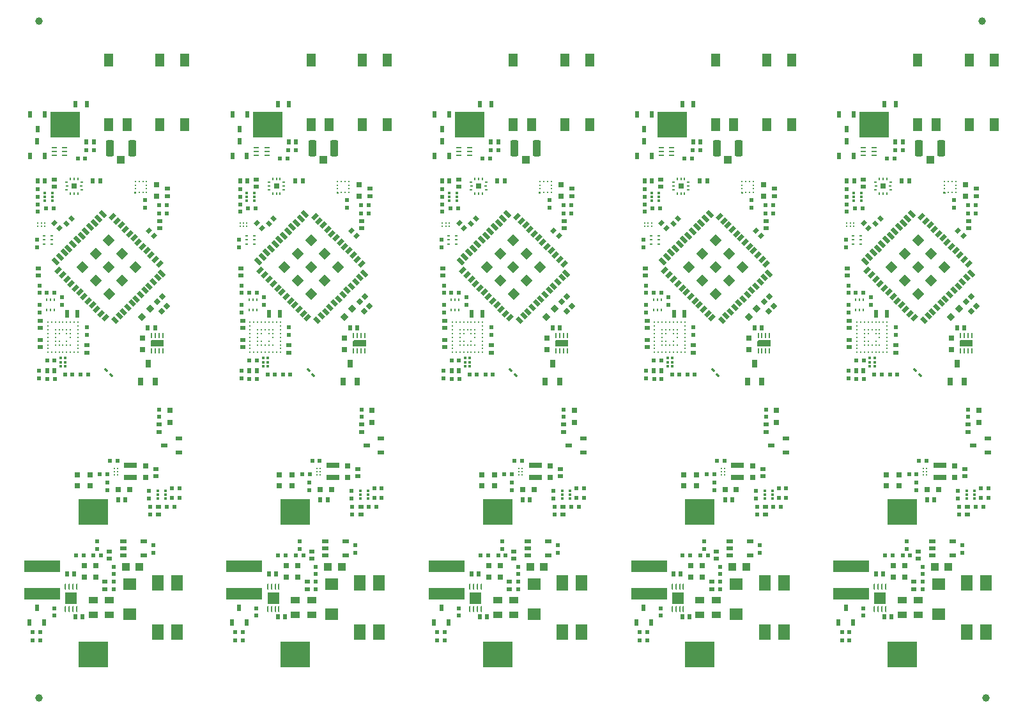
<source format=gbp>
G04*
G04 #@! TF.GenerationSoftware,Altium Limited,Altium Designer,20.1.7 (139)*
G04*
G04 Layer_Color=128*
%FSAX25Y25*%
%MOIN*%
G70*
G04*
G04 #@! TF.SameCoordinates,F8038B2A-A6B4-4402-B74A-6C3D08F87057*
G04*
G04*
G04 #@! TF.FilePolarity,Positive*
G04*
G01*
G75*
%ADD10C,0.03937*%
%ADD29R,0.15748X0.13780*%
%ADD30R,0.02362X0.01968*%
%ADD31R,0.03150X0.03937*%
G04:AMPARAMS|DCode=32|XSize=41.34mil|YSize=86.61mil|CornerRadius=10.34mil|HoleSize=0mil|Usage=FLASHONLY|Rotation=0.000|XOffset=0mil|YOffset=0mil|HoleType=Round|Shape=RoundedRectangle|*
%AMROUNDEDRECTD32*
21,1,0.04134,0.06594,0,0,0.0*
21,1,0.02067,0.08661,0,0,0.0*
1,1,0.02067,0.01034,-0.03297*
1,1,0.02067,-0.01034,-0.03297*
1,1,0.02067,-0.01034,0.03297*
1,1,0.02067,0.01034,0.03297*
%
%ADD32ROUNDEDRECTD32*%
%ADD33R,0.03937X0.03937*%
%ADD34R,0.02362X0.03543*%
G04:AMPARAMS|DCode=35|XSize=24.41mil|YSize=22.44mil|CornerRadius=0mil|HoleSize=0mil|Usage=FLASHONLY|Rotation=315.000|XOffset=0mil|YOffset=0mil|HoleType=Round|Shape=Rectangle|*
%AMROTATEDRECTD35*
4,1,4,-0.01656,0.00070,-0.00070,0.01656,0.01656,-0.00070,0.00070,-0.01656,-0.01656,0.00070,0.0*
%
%ADD35ROTATEDRECTD35*%

%ADD36R,0.01968X0.02362*%
G04:AMPARAMS|DCode=38|XSize=9.84mil|YSize=33.47mil|CornerRadius=2.46mil|HoleSize=0mil|Usage=FLASHONLY|Rotation=180.000|XOffset=0mil|YOffset=0mil|HoleType=Round|Shape=RoundedRectangle|*
%AMROUNDEDRECTD38*
21,1,0.00984,0.02854,0,0,180.0*
21,1,0.00492,0.03347,0,0,180.0*
1,1,0.00492,-0.00246,0.01427*
1,1,0.00492,0.00246,0.01427*
1,1,0.00492,0.00246,-0.01427*
1,1,0.00492,-0.00246,-0.01427*
%
%ADD38ROUNDEDRECTD38*%
%ADD39R,0.02362X0.02520*%
%ADD40R,0.01181X0.01181*%
%ADD42R,0.03150X0.03150*%
%ADD43R,0.02520X0.02362*%
%ADD44R,0.05118X0.07087*%
%ADD45R,0.05118X0.03543*%
%ADD46R,0.06614X0.05984*%
%ADD47R,0.06102X0.08268*%
%ADD48R,0.03740X0.01890*%
%ADD49P,0.04454X4X270.0*%
G04:AMPARAMS|DCode=54|XSize=25.2mil|YSize=23.62mil|CornerRadius=0mil|HoleSize=0mil|Usage=FLASHONLY|Rotation=135.000|XOffset=0mil|YOffset=0mil|HoleType=Round|Shape=Rectangle|*
%AMROTATEDRECTD54*
4,1,4,0.01726,-0.00056,0.00056,-0.01726,-0.01726,0.00056,-0.00056,0.01726,0.01726,-0.00056,0.0*
%
%ADD54ROTATEDRECTD54*%

%ADD56R,0.01575X0.01181*%
G04:AMPARAMS|DCode=59|XSize=24.41mil|YSize=22.44mil|CornerRadius=0mil|HoleSize=0mil|Usage=FLASHONLY|Rotation=225.000|XOffset=0mil|YOffset=0mil|HoleType=Round|Shape=Rectangle|*
%AMROTATEDRECTD59*
4,1,4,0.00070,0.01656,0.01656,0.00070,-0.00070,-0.01656,-0.01656,-0.00070,0.00070,0.01656,0.0*
%
%ADD59ROTATEDRECTD59*%

%ADD61R,0.01890X0.03740*%
%ADD62R,0.05906X0.06299*%
%ADD63R,0.18504X0.05906*%
G04:AMPARAMS|DCode=67|XSize=23.62mil|YSize=19.68mil|CornerRadius=0mil|HoleSize=0mil|Usage=FLASHONLY|Rotation=225.000|XOffset=0mil|YOffset=0mil|HoleType=Round|Shape=Rectangle|*
%AMROTATEDRECTD67*
4,1,4,0.00139,0.01531,0.01531,0.00139,-0.00139,-0.01531,-0.01531,-0.00139,0.00139,0.01531,0.0*
%
%ADD67ROTATEDRECTD67*%

%ADD68R,0.01968X0.01968*%
G04:AMPARAMS|DCode=69|XSize=13.78mil|YSize=19.68mil|CornerRadius=0mil|HoleSize=0mil|Usage=FLASHONLY|Rotation=225.000|XOffset=0mil|YOffset=0mil|HoleType=Round|Shape=Rectangle|*
%AMROTATEDRECTD69*
4,1,4,-0.00209,0.01183,0.01183,-0.00209,0.00209,-0.01183,-0.01183,0.00209,-0.00209,0.01183,0.0*
%
%ADD69ROTATEDRECTD69*%

%ADD70R,0.06693X0.02756*%
%ADD71R,0.03150X0.03150*%
G04:AMPARAMS|DCode=144|XSize=37.4mil|YSize=19.29mil|CornerRadius=0mil|HoleSize=0mil|Usage=FLASHONLY|Rotation=45.000|XOffset=0mil|YOffset=0mil|HoleType=Round|Shape=Rectangle|*
%AMROTATEDRECTD144*
4,1,4,-0.00640,-0.02004,-0.02004,-0.00640,0.00640,0.02004,0.02004,0.00640,-0.00640,-0.02004,0.0*
%
%ADD144ROTATEDRECTD144*%

G04:AMPARAMS|DCode=145|XSize=37.8mil|YSize=19.68mil|CornerRadius=0mil|HoleSize=0mil|Usage=FLASHONLY|Rotation=135.000|XOffset=0mil|YOffset=0mil|HoleType=Round|Shape=Rectangle|*
%AMROTATEDRECTD145*
4,1,4,0.02032,-0.00640,0.00640,-0.02032,-0.02032,0.00640,-0.00640,0.02032,0.02032,-0.00640,0.0*
%
%ADD145ROTATEDRECTD145*%

G04:AMPARAMS|DCode=146|XSize=37.4mil|YSize=19.29mil|CornerRadius=0mil|HoleSize=0mil|Usage=FLASHONLY|Rotation=135.000|XOffset=0mil|YOffset=0mil|HoleType=Round|Shape=Rectangle|*
%AMROTATEDRECTD146*
4,1,4,0.02004,-0.00640,0.00640,-0.02004,-0.02004,0.00640,-0.00640,0.02004,0.02004,-0.00640,0.0*
%
%ADD146ROTATEDRECTD146*%

G04:AMPARAMS|DCode=147|XSize=37.4mil|YSize=19.29mil|CornerRadius=0mil|HoleSize=0mil|Usage=FLASHONLY|Rotation=135.000|XOffset=0mil|YOffset=0mil|HoleType=Round|Shape=Rectangle|*
%AMROTATEDRECTD147*
4,1,4,0.02004,-0.00640,0.00640,-0.02004,-0.02004,0.00640,-0.00640,0.02004,0.02004,-0.00640,0.0*
%
%ADD147ROTATEDRECTD147*%

%ADD148R,0.00984X0.02559*%
%ADD149C,0.00787*%
%ADD150R,0.00945X0.00945*%
%ADD151R,0.00945X0.00945*%
G04:AMPARAMS|DCode=152|XSize=43.31mil|YSize=43.31mil|CornerRadius=0mil|HoleSize=0mil|Usage=FLASHONLY|Rotation=135.000|XOffset=0mil|YOffset=0mil|HoleType=Round|Shape=RoundedRectangle|*
%AMROUNDEDRECTD152*
21,1,0.04331,0.04331,0,0,135.0*
21,1,0.04331,0.04331,0,0,135.0*
1,1,0.00000,0.00000,0.03062*
1,1,0.00000,0.03062,0.00000*
1,1,0.00000,0.00000,-0.03062*
1,1,0.00000,-0.03062,0.00000*
%
%ADD152ROUNDEDRECTD152*%
%ADD153P,0.06125X4X180.0*%
%ADD154R,0.01260X0.01654*%
%ADD155R,0.00984X0.01673*%
%ADD156R,0.01673X0.00984*%
%ADD157R,0.01772X0.00984*%
%ADD158R,0.02953X0.00984*%
%ADD159R,0.01968X0.03937*%
%ADD160R,0.00787X0.01378*%
G36*
X0512545Y0278573D02*
X0512545Y0277933D01*
X0511462D01*
Y0278917D01*
X0512200Y0278918D01*
X0512545Y0278573D01*
D02*
G37*
G36*
X0407032D02*
X0407032Y0277933D01*
X0405949D01*
Y0278917D01*
X0406687Y0278918D01*
X0407032Y0278573D01*
D02*
G37*
G36*
X0301519D02*
X0301519Y0277933D01*
X0300436D01*
Y0278917D01*
X0301174Y0278918D01*
X0301519Y0278573D01*
D02*
G37*
G36*
X0196005D02*
X0196005Y0277933D01*
X0194923D01*
Y0278917D01*
X0195661Y0278918D01*
X0196005Y0278573D01*
D02*
G37*
G36*
X0090492D02*
X0090492Y0277933D01*
X0089410D01*
Y0278917D01*
X0090148Y0278918D01*
X0090492Y0278573D01*
D02*
G37*
G36*
X0526778Y0198307D02*
X0519928Y0198302D01*
X0519928Y0200787D01*
X0520519Y0201377D01*
X0526778Y0201377D01*
X0526778Y0198307D01*
D02*
G37*
G36*
X0421265D02*
X0414415Y0198302D01*
X0414415Y0200787D01*
X0415006Y0201377D01*
X0421265Y0201377D01*
X0421265Y0198307D01*
D02*
G37*
G36*
X0315752D02*
X0308902Y0198302D01*
X0308901Y0200787D01*
X0309493Y0201377D01*
X0315752Y0201377D01*
X0315752Y0198307D01*
D02*
G37*
G36*
X0210239D02*
X0203389Y0198302D01*
X0203388Y0200787D01*
X0203979Y0201377D01*
X0210239Y0201377D01*
X0210239Y0198307D01*
D02*
G37*
G36*
X0104725D02*
X0097875Y0198302D01*
X0097875Y0200787D01*
X0098466Y0201377D01*
X0104725Y0201377D01*
X0104725Y0198307D01*
D02*
G37*
D10*
X0533543Y0014764D02*
D03*
X0039567Y0367913D02*
D03*
Y0014764D02*
D03*
X0531772Y0367913D02*
D03*
D29*
X0067914Y0037480D02*
D03*
X0053465Y0313740D02*
D03*
X0067914Y0111810D02*
D03*
X0173427Y0037480D02*
D03*
X0158978Y0313740D02*
D03*
X0173427Y0111810D02*
D03*
X0278941Y0037480D02*
D03*
X0264491Y0313740D02*
D03*
X0278941Y0111810D02*
D03*
X0384454Y0037480D02*
D03*
X0370004Y0313740D02*
D03*
X0384454Y0111810D02*
D03*
X0489967Y0037480D02*
D03*
X0475518Y0313740D02*
D03*
X0489967Y0111810D02*
D03*
D30*
X0070191Y0092467D02*
D03*
Y0096404D02*
D03*
X0099253Y0090590D02*
D03*
Y0094527D02*
D03*
X0078544Y0083346D02*
D03*
Y0079409D02*
D03*
Y0075511D02*
D03*
Y0071574D02*
D03*
X0102363Y0165354D02*
D03*
Y0161416D02*
D03*
X0039055Y0268386D02*
D03*
Y0272323D02*
D03*
X0038661Y0253858D02*
D03*
Y0249921D02*
D03*
X0039055Y0280236D02*
D03*
Y0276299D02*
D03*
X0094962Y0270550D02*
D03*
Y0274487D02*
D03*
X0047639Y0061653D02*
D03*
Y0057716D02*
D03*
X0097127Y0118897D02*
D03*
Y0122834D02*
D03*
X0097678Y0114448D02*
D03*
Y0110511D02*
D03*
X0064567Y0208268D02*
D03*
Y0204331D02*
D03*
X0051654Y0219882D02*
D03*
Y0223819D02*
D03*
X0039921Y0226063D02*
D03*
Y0230000D02*
D03*
Y0219843D02*
D03*
Y0215906D02*
D03*
X0039843Y0181653D02*
D03*
Y0185590D02*
D03*
X0075355Y0127283D02*
D03*
Y0123346D02*
D03*
X0175704Y0092467D02*
D03*
Y0096404D02*
D03*
X0204766Y0090590D02*
D03*
Y0094527D02*
D03*
X0184057Y0083346D02*
D03*
Y0079409D02*
D03*
Y0075511D02*
D03*
Y0071574D02*
D03*
X0207876Y0165354D02*
D03*
Y0161416D02*
D03*
X0144568Y0268386D02*
D03*
Y0272323D02*
D03*
X0144175Y0253858D02*
D03*
Y0249921D02*
D03*
X0144568Y0280236D02*
D03*
Y0276299D02*
D03*
X0200475Y0270550D02*
D03*
Y0274487D02*
D03*
X0153152Y0061653D02*
D03*
Y0057716D02*
D03*
X0202640Y0118897D02*
D03*
Y0122834D02*
D03*
X0203191Y0114448D02*
D03*
Y0110511D02*
D03*
X0170080Y0208268D02*
D03*
Y0204331D02*
D03*
X0157167Y0219882D02*
D03*
Y0223819D02*
D03*
X0145434Y0226063D02*
D03*
Y0230000D02*
D03*
Y0219843D02*
D03*
Y0215906D02*
D03*
X0145357Y0181653D02*
D03*
Y0185590D02*
D03*
X0180868Y0127283D02*
D03*
Y0123346D02*
D03*
X0281217Y0092467D02*
D03*
Y0096404D02*
D03*
X0310279Y0090590D02*
D03*
Y0094527D02*
D03*
X0289571Y0083346D02*
D03*
Y0079409D02*
D03*
Y0075511D02*
D03*
Y0071574D02*
D03*
X0313390Y0165354D02*
D03*
Y0161416D02*
D03*
X0250082Y0268386D02*
D03*
Y0272323D02*
D03*
X0249688Y0253858D02*
D03*
Y0249921D02*
D03*
X0250082Y0280236D02*
D03*
Y0276299D02*
D03*
X0305988Y0270550D02*
D03*
Y0274487D02*
D03*
X0258665Y0061653D02*
D03*
Y0057716D02*
D03*
X0308153Y0118897D02*
D03*
Y0122834D02*
D03*
X0308704Y0114448D02*
D03*
Y0110511D02*
D03*
X0275593Y0208268D02*
D03*
Y0204331D02*
D03*
X0262680Y0219882D02*
D03*
Y0223819D02*
D03*
X0250948Y0226063D02*
D03*
Y0230000D02*
D03*
Y0219843D02*
D03*
Y0215906D02*
D03*
X0250870Y0181653D02*
D03*
Y0185590D02*
D03*
X0286382Y0127283D02*
D03*
Y0123346D02*
D03*
X0386731Y0092467D02*
D03*
Y0096404D02*
D03*
X0415793Y0090590D02*
D03*
Y0094527D02*
D03*
X0395084Y0083346D02*
D03*
Y0079409D02*
D03*
Y0075511D02*
D03*
Y0071574D02*
D03*
X0418903Y0165354D02*
D03*
Y0161416D02*
D03*
X0355595Y0268386D02*
D03*
Y0272323D02*
D03*
X0355201Y0253858D02*
D03*
Y0249921D02*
D03*
X0355595Y0280236D02*
D03*
Y0276299D02*
D03*
X0411501Y0270550D02*
D03*
Y0274487D02*
D03*
X0364178Y0061653D02*
D03*
Y0057716D02*
D03*
X0413667Y0118897D02*
D03*
Y0122834D02*
D03*
X0414218Y0114448D02*
D03*
Y0110511D02*
D03*
X0381107Y0208268D02*
D03*
Y0204331D02*
D03*
X0368193Y0219882D02*
D03*
Y0223819D02*
D03*
X0356461Y0226063D02*
D03*
Y0230000D02*
D03*
Y0219843D02*
D03*
Y0215906D02*
D03*
X0356383Y0181653D02*
D03*
Y0185590D02*
D03*
X0391895Y0127283D02*
D03*
Y0123346D02*
D03*
X0492244Y0092467D02*
D03*
Y0096404D02*
D03*
X0521306Y0090590D02*
D03*
Y0094527D02*
D03*
X0500597Y0083346D02*
D03*
Y0079409D02*
D03*
Y0075511D02*
D03*
Y0071574D02*
D03*
X0524416Y0165354D02*
D03*
Y0161416D02*
D03*
X0461108Y0268386D02*
D03*
Y0272323D02*
D03*
X0460714Y0253858D02*
D03*
Y0249921D02*
D03*
X0461108Y0280236D02*
D03*
Y0276299D02*
D03*
X0517014Y0270550D02*
D03*
Y0274487D02*
D03*
X0469692Y0061653D02*
D03*
Y0057716D02*
D03*
X0519180Y0118897D02*
D03*
Y0122834D02*
D03*
X0519731Y0114448D02*
D03*
Y0110511D02*
D03*
X0486620Y0208268D02*
D03*
Y0204331D02*
D03*
X0473706Y0219882D02*
D03*
Y0223819D02*
D03*
X0461974Y0226063D02*
D03*
Y0230000D02*
D03*
Y0219843D02*
D03*
Y0215906D02*
D03*
X0461896Y0181653D02*
D03*
Y0185590D02*
D03*
X0497408Y0127283D02*
D03*
Y0123346D02*
D03*
D31*
X0100312Y0179898D02*
D03*
X0092832D02*
D03*
X0096572Y0189347D02*
D03*
X0205825Y0179898D02*
D03*
X0198345D02*
D03*
X0202085Y0189347D02*
D03*
X0311339Y0179898D02*
D03*
X0303858D02*
D03*
X0307598Y0189347D02*
D03*
X0416852Y0179898D02*
D03*
X0409372D02*
D03*
X0413112Y0189347D02*
D03*
X0522365Y0179898D02*
D03*
X0514885D02*
D03*
X0518625Y0189347D02*
D03*
D32*
X0088328Y0301493D02*
D03*
X0076714D02*
D03*
X0193841D02*
D03*
X0182227D02*
D03*
X0299354D02*
D03*
X0287740D02*
D03*
X0404867D02*
D03*
X0393253D02*
D03*
X0510381D02*
D03*
X0498766D02*
D03*
D33*
X0082521Y0295587D02*
D03*
X0092088Y0083267D02*
D03*
X0085001D02*
D03*
X0188034Y0295587D02*
D03*
X0197601Y0083267D02*
D03*
X0190514D02*
D03*
X0293547Y0295587D02*
D03*
X0303114Y0083267D02*
D03*
X0296027D02*
D03*
X0399060Y0295587D02*
D03*
X0408627Y0083267D02*
D03*
X0401541D02*
D03*
X0504573Y0295587D02*
D03*
X0514140Y0083267D02*
D03*
X0507054D02*
D03*
D34*
X0058702Y0324487D02*
D03*
X0064607D02*
D03*
X0164215D02*
D03*
X0170120D02*
D03*
X0269728D02*
D03*
X0275634D02*
D03*
X0375241D02*
D03*
X0381147D02*
D03*
X0480755D02*
D03*
X0486660D02*
D03*
D35*
X0056664Y0264733D02*
D03*
X0054047Y0262116D02*
D03*
X0162177Y0264733D02*
D03*
X0159560Y0262116D02*
D03*
X0267690Y0264733D02*
D03*
X0265073Y0262116D02*
D03*
X0373203Y0264733D02*
D03*
X0370586Y0262116D02*
D03*
X0478717Y0264733D02*
D03*
X0476100Y0262116D02*
D03*
D36*
X0047954Y0181220D02*
D03*
X0044017D02*
D03*
X0106261Y0267637D02*
D03*
X0102324D02*
D03*
X0068229Y0300511D02*
D03*
X0064292D02*
D03*
X0047244Y0270236D02*
D03*
X0043307D02*
D03*
X0102324Y0271889D02*
D03*
X0106261D02*
D03*
X0063859Y0296180D02*
D03*
X0059922D02*
D03*
X0068190Y0089094D02*
D03*
X0072127D02*
D03*
X0058977Y0089054D02*
D03*
X0062914D02*
D03*
X0036497Y0044940D02*
D03*
X0040434D02*
D03*
X0036497Y0049231D02*
D03*
X0040434D02*
D03*
X0110237Y0114566D02*
D03*
X0106300D02*
D03*
X0109056Y0124054D02*
D03*
X0112993D02*
D03*
X0043780Y0226260D02*
D03*
X0047717D02*
D03*
X0109056Y0119330D02*
D03*
X0112993D02*
D03*
X0047835Y0190709D02*
D03*
X0043898D02*
D03*
X0053465Y0183464D02*
D03*
X0057165D02*
D03*
X0061536D02*
D03*
X0065315D02*
D03*
X0076733Y0138542D02*
D03*
X0080670D02*
D03*
X0075434Y0131377D02*
D03*
X0071497D02*
D03*
X0153467Y0181220D02*
D03*
X0149530D02*
D03*
X0211774Y0267637D02*
D03*
X0207837D02*
D03*
X0173742Y0300511D02*
D03*
X0169806D02*
D03*
X0152757Y0270236D02*
D03*
X0148820D02*
D03*
X0207837Y0271889D02*
D03*
X0211774D02*
D03*
X0169372Y0296180D02*
D03*
X0165435D02*
D03*
X0173703Y0089094D02*
D03*
X0177640D02*
D03*
X0164490Y0089054D02*
D03*
X0168428D02*
D03*
X0142010Y0044940D02*
D03*
X0145947D02*
D03*
X0142010Y0049231D02*
D03*
X0145947D02*
D03*
X0215750Y0114566D02*
D03*
X0211813D02*
D03*
X0214569Y0124054D02*
D03*
X0218506D02*
D03*
X0149293Y0226260D02*
D03*
X0153230D02*
D03*
X0214569Y0119330D02*
D03*
X0218506D02*
D03*
X0153348Y0190709D02*
D03*
X0149411D02*
D03*
X0158978Y0183464D02*
D03*
X0162679D02*
D03*
X0167049D02*
D03*
X0170828D02*
D03*
X0182246Y0138542D02*
D03*
X0186183D02*
D03*
X0180947Y0131377D02*
D03*
X0177010D02*
D03*
X0258980Y0181220D02*
D03*
X0255043D02*
D03*
X0317287Y0267637D02*
D03*
X0313350D02*
D03*
X0279256Y0300511D02*
D03*
X0275319D02*
D03*
X0258271Y0270236D02*
D03*
X0254333D02*
D03*
X0313350Y0271889D02*
D03*
X0317287D02*
D03*
X0274886Y0296180D02*
D03*
X0270949D02*
D03*
X0279216Y0089094D02*
D03*
X0283153D02*
D03*
X0270004Y0089054D02*
D03*
X0273941D02*
D03*
X0247523Y0044940D02*
D03*
X0251460D02*
D03*
X0247523Y0049231D02*
D03*
X0251460D02*
D03*
X0321264Y0114566D02*
D03*
X0317327D02*
D03*
X0320082Y0124054D02*
D03*
X0324020D02*
D03*
X0254806Y0226260D02*
D03*
X0258743D02*
D03*
X0320082Y0119330D02*
D03*
X0324020D02*
D03*
X0258861Y0190709D02*
D03*
X0254924D02*
D03*
X0264491Y0183464D02*
D03*
X0268192D02*
D03*
X0272562D02*
D03*
X0276341D02*
D03*
X0287760Y0138542D02*
D03*
X0291697D02*
D03*
X0286460Y0131377D02*
D03*
X0282523D02*
D03*
X0364493Y0181220D02*
D03*
X0360556D02*
D03*
X0422800Y0267637D02*
D03*
X0418863D02*
D03*
X0384769Y0300511D02*
D03*
X0380832D02*
D03*
X0363784Y0270236D02*
D03*
X0359847D02*
D03*
X0418863Y0271889D02*
D03*
X0422800D02*
D03*
X0380399Y0296180D02*
D03*
X0376462D02*
D03*
X0384730Y0089094D02*
D03*
X0388667D02*
D03*
X0375517Y0089054D02*
D03*
X0379454D02*
D03*
X0353037Y0044940D02*
D03*
X0356974D02*
D03*
X0353037Y0049231D02*
D03*
X0356974D02*
D03*
X0426777Y0114566D02*
D03*
X0422840D02*
D03*
X0425596Y0124054D02*
D03*
X0429533D02*
D03*
X0360319Y0226260D02*
D03*
X0364256D02*
D03*
X0425596Y0119330D02*
D03*
X0429533D02*
D03*
X0364374Y0190709D02*
D03*
X0360437D02*
D03*
X0370004Y0183464D02*
D03*
X0373705D02*
D03*
X0378075D02*
D03*
X0381855D02*
D03*
X0393273Y0138542D02*
D03*
X0397210D02*
D03*
X0391974Y0131377D02*
D03*
X0388037D02*
D03*
X0470007Y0181220D02*
D03*
X0466070D02*
D03*
X0528314Y0267637D02*
D03*
X0524377D02*
D03*
X0490282Y0300511D02*
D03*
X0486345D02*
D03*
X0469297Y0270236D02*
D03*
X0465360D02*
D03*
X0524377Y0271889D02*
D03*
X0528314D02*
D03*
X0485912Y0296180D02*
D03*
X0481975D02*
D03*
X0490243Y0089094D02*
D03*
X0494180D02*
D03*
X0481030Y0089054D02*
D03*
X0484967D02*
D03*
X0458550Y0044940D02*
D03*
X0462487D02*
D03*
X0458550Y0049231D02*
D03*
X0462487D02*
D03*
X0532290Y0114566D02*
D03*
X0528353D02*
D03*
X0531109Y0124054D02*
D03*
X0535046D02*
D03*
X0465832Y0226260D02*
D03*
X0469769D02*
D03*
X0531109Y0119330D02*
D03*
X0535046D02*
D03*
X0469888Y0190709D02*
D03*
X0465950D02*
D03*
X0475518Y0183464D02*
D03*
X0479218D02*
D03*
X0483588D02*
D03*
X0487368D02*
D03*
X0498786Y0138542D02*
D03*
X0502723D02*
D03*
X0497487Y0131377D02*
D03*
X0493550D02*
D03*
D38*
X0057363Y0061298D02*
D03*
X0059332Y0072716D02*
D03*
X0057363D02*
D03*
X0055395D02*
D03*
X0053426D02*
D03*
Y0061298D02*
D03*
X0055395D02*
D03*
X0059332D02*
D03*
X0162876D02*
D03*
X0164845Y0072716D02*
D03*
X0162876D02*
D03*
X0160908D02*
D03*
X0158939D02*
D03*
Y0061298D02*
D03*
X0160908D02*
D03*
X0164845D02*
D03*
X0268390D02*
D03*
X0270358Y0072716D02*
D03*
X0268390D02*
D03*
X0266421D02*
D03*
X0264453D02*
D03*
Y0061298D02*
D03*
X0266421D02*
D03*
X0270358D02*
D03*
X0373903D02*
D03*
X0375871Y0072716D02*
D03*
X0373903D02*
D03*
X0371934D02*
D03*
X0369966D02*
D03*
Y0061298D02*
D03*
X0371934D02*
D03*
X0375871D02*
D03*
X0479416D02*
D03*
X0481385Y0072716D02*
D03*
X0479416D02*
D03*
X0477448D02*
D03*
X0475479D02*
D03*
Y0061298D02*
D03*
X0477448D02*
D03*
X0481385D02*
D03*
D39*
X0071733Y0284527D02*
D03*
X0067757D02*
D03*
X0039055Y0284488D02*
D03*
X0042835D02*
D03*
X0068229Y0304920D02*
D03*
X0064450D02*
D03*
X0058702Y0057283D02*
D03*
X0062481D02*
D03*
X0054214Y0079566D02*
D03*
X0057993D02*
D03*
X0096536Y0207991D02*
D03*
X0100316D02*
D03*
X0043938Y0185629D02*
D03*
X0047717D02*
D03*
X0084804Y0118188D02*
D03*
X0081024D02*
D03*
X0177246Y0284527D02*
D03*
X0173270D02*
D03*
X0144568Y0284488D02*
D03*
X0148348D02*
D03*
X0173742Y0304920D02*
D03*
X0169963D02*
D03*
X0164215Y0057283D02*
D03*
X0167994D02*
D03*
X0159727Y0079566D02*
D03*
X0163506D02*
D03*
X0202050Y0207991D02*
D03*
X0205829D02*
D03*
X0149451Y0185629D02*
D03*
X0153231D02*
D03*
X0190317Y0118188D02*
D03*
X0186538D02*
D03*
X0282760Y0284527D02*
D03*
X0278783D02*
D03*
X0250082Y0284488D02*
D03*
X0253861D02*
D03*
X0279256Y0304920D02*
D03*
X0275476D02*
D03*
X0269728Y0057283D02*
D03*
X0273508D02*
D03*
X0265240Y0079566D02*
D03*
X0269020D02*
D03*
X0307563Y0207991D02*
D03*
X0311342D02*
D03*
X0254964Y0185629D02*
D03*
X0258744D02*
D03*
X0295830Y0118188D02*
D03*
X0292051D02*
D03*
X0388273Y0284527D02*
D03*
X0384296D02*
D03*
X0355595Y0284488D02*
D03*
X0359374D02*
D03*
X0384769Y0304920D02*
D03*
X0380989D02*
D03*
X0375241Y0057283D02*
D03*
X0379021D02*
D03*
X0370753Y0079566D02*
D03*
X0374533D02*
D03*
X0413076Y0207991D02*
D03*
X0416856D02*
D03*
X0360478Y0185629D02*
D03*
X0364257D02*
D03*
X0401344Y0118188D02*
D03*
X0397564D02*
D03*
X0493786Y0284527D02*
D03*
X0489810D02*
D03*
X0461108Y0284488D02*
D03*
X0464888D02*
D03*
X0490282Y0304920D02*
D03*
X0486503D02*
D03*
X0480755Y0057283D02*
D03*
X0484534D02*
D03*
X0476266Y0079566D02*
D03*
X0480046D02*
D03*
X0518589Y0207991D02*
D03*
X0522369D02*
D03*
X0465991Y0185629D02*
D03*
X0469770D02*
D03*
X0506857Y0118188D02*
D03*
X0503077D02*
D03*
D40*
X0053504Y0192087D02*
D03*
Y0189921D02*
D03*
Y0187756D02*
D03*
X0051142D02*
D03*
Y0189921D02*
D03*
Y0192087D02*
D03*
X0159017D02*
D03*
Y0189921D02*
D03*
Y0187756D02*
D03*
X0156655D02*
D03*
Y0189921D02*
D03*
Y0192087D02*
D03*
X0264530D02*
D03*
Y0189921D02*
D03*
Y0187756D02*
D03*
X0262168D02*
D03*
Y0189921D02*
D03*
Y0192087D02*
D03*
X0370044D02*
D03*
Y0189921D02*
D03*
Y0187756D02*
D03*
X0367681D02*
D03*
Y0189921D02*
D03*
Y0192087D02*
D03*
X0475557D02*
D03*
Y0189921D02*
D03*
Y0187756D02*
D03*
X0473195D02*
D03*
Y0189921D02*
D03*
Y0192087D02*
D03*
D42*
X0101142Y0276614D02*
D03*
Y0282520D02*
D03*
X0107875Y0158660D02*
D03*
Y0164960D02*
D03*
X0093623Y0196613D02*
D03*
Y0202519D02*
D03*
X0069292Y0083818D02*
D03*
Y0077912D02*
D03*
X0063308Y0083857D02*
D03*
Y0077952D02*
D03*
X0095355Y0129960D02*
D03*
Y0135865D02*
D03*
X0059607Y0131298D02*
D03*
Y0125393D02*
D03*
X0066221Y0131338D02*
D03*
Y0125432D02*
D03*
X0206655Y0276614D02*
D03*
Y0282520D02*
D03*
X0213388Y0158660D02*
D03*
Y0164960D02*
D03*
X0199136Y0196613D02*
D03*
Y0202519D02*
D03*
X0174805Y0083818D02*
D03*
Y0077912D02*
D03*
X0168821Y0083857D02*
D03*
Y0077952D02*
D03*
X0200869Y0129960D02*
D03*
Y0135865D02*
D03*
X0165120Y0131298D02*
D03*
Y0125393D02*
D03*
X0171735Y0131338D02*
D03*
Y0125432D02*
D03*
X0312168Y0276614D02*
D03*
Y0282520D02*
D03*
X0318901Y0158660D02*
D03*
Y0164960D02*
D03*
X0304649Y0196613D02*
D03*
Y0202519D02*
D03*
X0280319Y0083818D02*
D03*
Y0077912D02*
D03*
X0274335Y0083857D02*
D03*
Y0077952D02*
D03*
X0306382Y0129960D02*
D03*
Y0135865D02*
D03*
X0270634Y0131298D02*
D03*
Y0125393D02*
D03*
X0277248Y0131338D02*
D03*
Y0125432D02*
D03*
X0417681Y0276614D02*
D03*
Y0282520D02*
D03*
X0424415Y0158660D02*
D03*
Y0164960D02*
D03*
X0410163Y0196613D02*
D03*
Y0202519D02*
D03*
X0385832Y0083818D02*
D03*
Y0077912D02*
D03*
X0379848Y0083857D02*
D03*
Y0077952D02*
D03*
X0411895Y0129960D02*
D03*
Y0135865D02*
D03*
X0376147Y0131298D02*
D03*
Y0125393D02*
D03*
X0382761Y0131338D02*
D03*
Y0125432D02*
D03*
X0523195Y0276614D02*
D03*
Y0282520D02*
D03*
X0529928Y0158660D02*
D03*
Y0164960D02*
D03*
X0515676Y0196613D02*
D03*
Y0202519D02*
D03*
X0491345Y0083818D02*
D03*
Y0077912D02*
D03*
X0485361Y0083857D02*
D03*
Y0077952D02*
D03*
X0517408Y0129960D02*
D03*
Y0135865D02*
D03*
X0481660Y0131298D02*
D03*
Y0125393D02*
D03*
X0488274Y0131338D02*
D03*
Y0125432D02*
D03*
D43*
X0106732Y0280433D02*
D03*
Y0276654D02*
D03*
X0074135Y0071653D02*
D03*
Y0075432D02*
D03*
X0076379Y0091259D02*
D03*
Y0087479D02*
D03*
X0047639Y0281456D02*
D03*
Y0285235D02*
D03*
X0039449Y0235118D02*
D03*
Y0238898D02*
D03*
X0102639Y0263542D02*
D03*
Y0259763D02*
D03*
X0040458Y0211503D02*
D03*
Y0207723D02*
D03*
X0102048Y0110668D02*
D03*
Y0114448D02*
D03*
X0064567Y0194961D02*
D03*
Y0198740D02*
D03*
X0040454Y0197716D02*
D03*
Y0201495D02*
D03*
X0102363Y0153621D02*
D03*
Y0157401D02*
D03*
X0100670Y0130550D02*
D03*
Y0134330D02*
D03*
X0212245Y0280433D02*
D03*
Y0276654D02*
D03*
X0179648Y0071653D02*
D03*
Y0075432D02*
D03*
X0181892Y0091259D02*
D03*
Y0087479D02*
D03*
X0153152Y0281456D02*
D03*
Y0285235D02*
D03*
X0144962Y0235118D02*
D03*
Y0238898D02*
D03*
X0208152Y0263542D02*
D03*
Y0259763D02*
D03*
X0145971Y0211503D02*
D03*
Y0207723D02*
D03*
X0207561Y0110668D02*
D03*
Y0114448D02*
D03*
X0170080Y0194961D02*
D03*
Y0198740D02*
D03*
X0145967Y0197716D02*
D03*
Y0201495D02*
D03*
X0207876Y0153621D02*
D03*
Y0157401D02*
D03*
X0206183Y0130550D02*
D03*
Y0134330D02*
D03*
X0317759Y0280433D02*
D03*
Y0276654D02*
D03*
X0285161Y0071653D02*
D03*
Y0075432D02*
D03*
X0287405Y0091259D02*
D03*
Y0087479D02*
D03*
X0258665Y0281456D02*
D03*
Y0285235D02*
D03*
X0250475Y0235118D02*
D03*
Y0238898D02*
D03*
X0313665Y0263542D02*
D03*
Y0259763D02*
D03*
X0251484Y0211503D02*
D03*
Y0207723D02*
D03*
X0313075Y0110668D02*
D03*
Y0114448D02*
D03*
X0275593Y0194961D02*
D03*
Y0198740D02*
D03*
X0251480Y0197716D02*
D03*
Y0201495D02*
D03*
X0313390Y0153621D02*
D03*
Y0157401D02*
D03*
X0311697Y0130550D02*
D03*
Y0134330D02*
D03*
X0423272Y0280433D02*
D03*
Y0276654D02*
D03*
X0390674Y0071653D02*
D03*
Y0075432D02*
D03*
X0392918Y0091259D02*
D03*
Y0087479D02*
D03*
X0364178Y0281456D02*
D03*
Y0285235D02*
D03*
X0355989Y0235118D02*
D03*
Y0238898D02*
D03*
X0419178Y0263542D02*
D03*
Y0259763D02*
D03*
X0356997Y0211503D02*
D03*
Y0207723D02*
D03*
X0418588Y0110668D02*
D03*
Y0114448D02*
D03*
X0381107Y0194961D02*
D03*
Y0198740D02*
D03*
X0356993Y0197716D02*
D03*
Y0201495D02*
D03*
X0418903Y0153621D02*
D03*
Y0157401D02*
D03*
X0417210Y0130550D02*
D03*
Y0134330D02*
D03*
X0528785Y0280433D02*
D03*
Y0276654D02*
D03*
X0496188Y0071653D02*
D03*
Y0075432D02*
D03*
X0498432Y0091259D02*
D03*
Y0087479D02*
D03*
X0469692Y0281456D02*
D03*
Y0285235D02*
D03*
X0461502Y0235118D02*
D03*
Y0238898D02*
D03*
X0524692Y0263542D02*
D03*
Y0259763D02*
D03*
X0462510Y0211503D02*
D03*
Y0207723D02*
D03*
X0524101Y0110668D02*
D03*
Y0114448D02*
D03*
X0486620Y0194961D02*
D03*
Y0198740D02*
D03*
X0462507Y0197716D02*
D03*
Y0201495D02*
D03*
X0524416Y0153621D02*
D03*
Y0157401D02*
D03*
X0522723Y0130550D02*
D03*
Y0134330D02*
D03*
D44*
X0076102Y0313780D02*
D03*
X0085551D02*
D03*
X0102874D02*
D03*
X0115866D02*
D03*
X0076102Y0347638D02*
D03*
X0115866D02*
D03*
X0102874D02*
D03*
X0181616Y0313780D02*
D03*
X0191064D02*
D03*
X0208387D02*
D03*
X0221379D02*
D03*
X0181616Y0347638D02*
D03*
X0221379D02*
D03*
X0208387D02*
D03*
X0287129Y0313780D02*
D03*
X0296578D02*
D03*
X0313900D02*
D03*
X0326893D02*
D03*
X0287129Y0347638D02*
D03*
X0326893D02*
D03*
X0313900D02*
D03*
X0392642Y0313780D02*
D03*
X0402091D02*
D03*
X0419414D02*
D03*
X0432406D02*
D03*
X0392642Y0347638D02*
D03*
X0432406D02*
D03*
X0419414D02*
D03*
X0498155Y0313780D02*
D03*
X0507604D02*
D03*
X0524927D02*
D03*
X0537919D02*
D03*
X0498155Y0347638D02*
D03*
X0537919D02*
D03*
X0524927D02*
D03*
D45*
X0076418Y0065826D02*
D03*
Y0058346D02*
D03*
X0067954Y0065786D02*
D03*
Y0058306D02*
D03*
X0181931Y0065826D02*
D03*
Y0058346D02*
D03*
X0173467Y0065786D02*
D03*
Y0058306D02*
D03*
X0287445Y0065826D02*
D03*
Y0058346D02*
D03*
X0278980Y0065786D02*
D03*
Y0058306D02*
D03*
X0392958Y0065826D02*
D03*
Y0058346D02*
D03*
X0384493Y0065786D02*
D03*
Y0058306D02*
D03*
X0498471Y0065826D02*
D03*
Y0058346D02*
D03*
X0490007Y0065786D02*
D03*
Y0058306D02*
D03*
D46*
X0086969Y0058641D02*
D03*
Y0074113D02*
D03*
X0192483Y0058641D02*
D03*
Y0074113D02*
D03*
X0297996Y0058641D02*
D03*
Y0074113D02*
D03*
X0403509Y0058641D02*
D03*
Y0074113D02*
D03*
X0509022Y0058641D02*
D03*
Y0074113D02*
D03*
D47*
X0101694Y0074881D02*
D03*
X0111694Y0049290D02*
D03*
X0101694D02*
D03*
X0111694Y0074881D02*
D03*
X0207207D02*
D03*
X0217207Y0049290D02*
D03*
X0207207D02*
D03*
X0217207Y0074881D02*
D03*
X0312720D02*
D03*
X0322720Y0049290D02*
D03*
X0312720D02*
D03*
X0322720Y0074881D02*
D03*
X0418233D02*
D03*
X0428233Y0049290D02*
D03*
X0418233D02*
D03*
X0428233Y0074881D02*
D03*
X0523747D02*
D03*
X0533747Y0049290D02*
D03*
X0523747D02*
D03*
X0533747Y0074881D02*
D03*
D48*
X0083662Y0089172D02*
D03*
Y0096653D02*
D03*
X0094292D02*
D03*
Y0089172D02*
D03*
X0083662Y0092913D02*
D03*
X0105040Y0146535D02*
D03*
X0112678Y0142716D02*
D03*
Y0150354D02*
D03*
X0189176Y0089172D02*
D03*
Y0096653D02*
D03*
X0199805D02*
D03*
Y0089172D02*
D03*
X0189176Y0092913D02*
D03*
X0210554Y0146535D02*
D03*
X0218191Y0142716D02*
D03*
Y0150354D02*
D03*
X0294689Y0089172D02*
D03*
Y0096653D02*
D03*
X0305319D02*
D03*
Y0089172D02*
D03*
X0294689Y0092913D02*
D03*
X0316067Y0146535D02*
D03*
X0323705Y0142716D02*
D03*
Y0150354D02*
D03*
X0400202Y0089172D02*
D03*
Y0096653D02*
D03*
X0410832D02*
D03*
Y0089172D02*
D03*
X0400202Y0092913D02*
D03*
X0421580Y0146535D02*
D03*
X0429218Y0142716D02*
D03*
Y0150354D02*
D03*
X0505715Y0089172D02*
D03*
Y0096653D02*
D03*
X0516345D02*
D03*
Y0089172D02*
D03*
X0505715Y0092913D02*
D03*
X0527093Y0146535D02*
D03*
X0534731Y0142716D02*
D03*
Y0150354D02*
D03*
D49*
X0093425Y0213659D02*
D03*
X0097601Y0217835D02*
D03*
X0198938Y0213659D02*
D03*
X0203114Y0217835D02*
D03*
X0304451Y0213659D02*
D03*
X0308627Y0217835D02*
D03*
X0409965Y0213659D02*
D03*
X0414140Y0217835D02*
D03*
X0515478Y0213659D02*
D03*
X0519654Y0217835D02*
D03*
D54*
X0101381Y0221616D02*
D03*
X0104054Y0224288D02*
D03*
X0103861Y0216576D02*
D03*
X0106534Y0219249D02*
D03*
X0206894Y0221616D02*
D03*
X0209567Y0224288D02*
D03*
X0209375Y0216576D02*
D03*
X0212047Y0219249D02*
D03*
X0312408Y0221616D02*
D03*
X0315080Y0224288D02*
D03*
X0314888Y0216576D02*
D03*
X0317561Y0219249D02*
D03*
X0417921Y0221616D02*
D03*
X0420593Y0224288D02*
D03*
X0420401Y0216576D02*
D03*
X0423074Y0219249D02*
D03*
X0523434Y0221616D02*
D03*
X0526107Y0224288D02*
D03*
X0525914Y0216576D02*
D03*
X0528587Y0219249D02*
D03*
D56*
X0042677Y0276260D02*
D03*
X0046614D02*
D03*
X0101812Y0120905D02*
D03*
X0105749D02*
D03*
X0148190Y0276260D02*
D03*
X0152127D02*
D03*
X0207325Y0120905D02*
D03*
X0211262D02*
D03*
X0253704Y0276260D02*
D03*
X0257641D02*
D03*
X0312838Y0120905D02*
D03*
X0316775D02*
D03*
X0359217Y0276260D02*
D03*
X0363154D02*
D03*
X0418352Y0120905D02*
D03*
X0422289D02*
D03*
X0464730Y0276260D02*
D03*
X0468667D02*
D03*
X0523865Y0120905D02*
D03*
X0527802D02*
D03*
D59*
X0050482Y0259833D02*
D03*
X0047865Y0262450D02*
D03*
X0155995Y0259833D02*
D03*
X0153378Y0262450D02*
D03*
X0261508Y0259833D02*
D03*
X0258891Y0262450D02*
D03*
X0367021Y0259833D02*
D03*
X0364405Y0262450D02*
D03*
X0472535Y0259833D02*
D03*
X0469918Y0262450D02*
D03*
D61*
X0035080Y0319251D02*
D03*
X0042717D02*
D03*
X0038899Y0311613D02*
D03*
X0042678Y0297598D02*
D03*
X0035040D02*
D03*
X0038859Y0305235D02*
D03*
X0042442Y0054192D02*
D03*
X0034804D02*
D03*
X0038623Y0061830D02*
D03*
X0140593Y0319251D02*
D03*
X0148231D02*
D03*
X0144412Y0311613D02*
D03*
X0148191Y0297598D02*
D03*
X0140553D02*
D03*
X0144372Y0305235D02*
D03*
X0147955Y0054192D02*
D03*
X0140317D02*
D03*
X0144136Y0061830D02*
D03*
X0246106Y0319251D02*
D03*
X0253744D02*
D03*
X0249925Y0311613D02*
D03*
X0253705Y0297598D02*
D03*
X0246067D02*
D03*
X0249886Y0305235D02*
D03*
X0253468Y0054192D02*
D03*
X0245830D02*
D03*
X0249649Y0061830D02*
D03*
X0351619Y0319251D02*
D03*
X0359257D02*
D03*
X0355438Y0311613D02*
D03*
X0359218Y0297598D02*
D03*
X0351580D02*
D03*
X0355399Y0305235D02*
D03*
X0358981Y0054192D02*
D03*
X0351344D02*
D03*
X0355163Y0061830D02*
D03*
X0457132Y0319251D02*
D03*
X0464770D02*
D03*
X0460951Y0311613D02*
D03*
X0464731Y0297598D02*
D03*
X0457093D02*
D03*
X0460912Y0305235D02*
D03*
X0464495Y0054192D02*
D03*
X0456857D02*
D03*
X0460676Y0061830D02*
D03*
D62*
X0056379Y0067007D02*
D03*
X0161892D02*
D03*
X0267405D02*
D03*
X0372919D02*
D03*
X0478432D02*
D03*
D63*
X0041339Y0083424D02*
D03*
Y0069251D02*
D03*
X0146853Y0083424D02*
D03*
Y0069251D02*
D03*
X0252366Y0083424D02*
D03*
Y0069251D02*
D03*
X0357879Y0083424D02*
D03*
Y0069251D02*
D03*
X0463392Y0083424D02*
D03*
Y0069251D02*
D03*
D67*
X0099857Y0255772D02*
D03*
X0097074Y0258556D02*
D03*
X0205371Y0255772D02*
D03*
X0202587Y0258556D02*
D03*
X0310884Y0255772D02*
D03*
X0308100Y0258556D02*
D03*
X0416397Y0255772D02*
D03*
X0413613Y0258556D02*
D03*
X0521910Y0255772D02*
D03*
X0519126Y0258556D02*
D03*
D68*
X0101300Y0199881D02*
D03*
X0206813D02*
D03*
X0312327D02*
D03*
X0417840D02*
D03*
X0523353D02*
D03*
D69*
X0074811Y0185701D02*
D03*
X0077317Y0183195D02*
D03*
X0180324Y0185701D02*
D03*
X0182830Y0183195D02*
D03*
X0285838Y0185701D02*
D03*
X0288343Y0183195D02*
D03*
X0391351Y0185701D02*
D03*
X0393856Y0183195D02*
D03*
X0496864Y0185701D02*
D03*
X0499369Y0183195D02*
D03*
D70*
X0087520Y0136063D02*
D03*
Y0129764D02*
D03*
X0193033Y0136063D02*
D03*
Y0129764D02*
D03*
X0298546Y0136063D02*
D03*
Y0129764D02*
D03*
X0404059Y0136063D02*
D03*
Y0129764D02*
D03*
X0509573Y0136063D02*
D03*
Y0129764D02*
D03*
D71*
X0058032Y0281731D02*
D03*
X0086930Y0123542D02*
D03*
X0081024D02*
D03*
X0163546Y0281731D02*
D03*
X0192443Y0123542D02*
D03*
X0186538D02*
D03*
X0269059Y0281731D02*
D03*
X0297956Y0123542D02*
D03*
X0292051D02*
D03*
X0374572Y0281731D02*
D03*
X0403470Y0123542D02*
D03*
X0397564D02*
D03*
X0480085Y0281731D02*
D03*
X0508983Y0123542D02*
D03*
X0503077D02*
D03*
D144*
X0078086Y0265914D02*
D03*
X0080341Y0263660D02*
D03*
X0082568Y0261432D02*
D03*
X0084795Y0259206D02*
D03*
X0087022Y0256978D02*
D03*
X0089249Y0254751D02*
D03*
X0091476Y0252525D02*
D03*
X0093676Y0250325D02*
D03*
X0095903Y0248098D02*
D03*
X0098130Y0245870D02*
D03*
X0100357Y0243643D02*
D03*
X0102584Y0241361D02*
D03*
X0049662Y0237714D02*
D03*
X0052001Y0235375D02*
D03*
X0054256Y0233120D02*
D03*
X0056483Y0230894D02*
D03*
X0058710Y0228667D02*
D03*
X0060937Y0226440D02*
D03*
X0063164Y0224212D02*
D03*
X0065391Y0221986D02*
D03*
X0067591Y0219785D02*
D03*
X0069818Y0217559D02*
D03*
X0072072Y0215304D02*
D03*
X0074300Y0213077D02*
D03*
X0183599Y0265914D02*
D03*
X0185854Y0263660D02*
D03*
X0188081Y0261432D02*
D03*
X0190308Y0259206D02*
D03*
X0192535Y0256978D02*
D03*
X0194763Y0254751D02*
D03*
X0196989Y0252525D02*
D03*
X0199189Y0250325D02*
D03*
X0201416Y0248098D02*
D03*
X0203643Y0245870D02*
D03*
X0205870Y0243643D02*
D03*
X0208097Y0241361D02*
D03*
X0155175Y0237714D02*
D03*
X0157514Y0235375D02*
D03*
X0159769Y0233120D02*
D03*
X0161996Y0230894D02*
D03*
X0164223Y0228667D02*
D03*
X0166450Y0226440D02*
D03*
X0168677Y0224212D02*
D03*
X0170904Y0221986D02*
D03*
X0173104Y0219785D02*
D03*
X0175331Y0217559D02*
D03*
X0177586Y0215304D02*
D03*
X0179813Y0213077D02*
D03*
X0289112Y0265914D02*
D03*
X0291367Y0263660D02*
D03*
X0293594Y0261432D02*
D03*
X0295821Y0259206D02*
D03*
X0298049Y0256978D02*
D03*
X0300276Y0254751D02*
D03*
X0302503Y0252525D02*
D03*
X0304702Y0250325D02*
D03*
X0306929Y0248098D02*
D03*
X0309156Y0245870D02*
D03*
X0311383Y0243643D02*
D03*
X0313610Y0241361D02*
D03*
X0260689Y0237714D02*
D03*
X0263027Y0235375D02*
D03*
X0265282Y0233120D02*
D03*
X0267509Y0230894D02*
D03*
X0269736Y0228667D02*
D03*
X0271963Y0226440D02*
D03*
X0274191Y0224212D02*
D03*
X0276418Y0221986D02*
D03*
X0278617Y0219785D02*
D03*
X0280844Y0217559D02*
D03*
X0283099Y0215304D02*
D03*
X0285326Y0213077D02*
D03*
X0394625Y0265914D02*
D03*
X0396880Y0263660D02*
D03*
X0399108Y0261432D02*
D03*
X0401334Y0259206D02*
D03*
X0403562Y0256978D02*
D03*
X0405789Y0254751D02*
D03*
X0408016Y0252525D02*
D03*
X0410215Y0250325D02*
D03*
X0412442Y0248098D02*
D03*
X0414670Y0245870D02*
D03*
X0416897Y0243643D02*
D03*
X0419124Y0241361D02*
D03*
X0366202Y0237714D02*
D03*
X0368541Y0235375D02*
D03*
X0370795Y0233120D02*
D03*
X0373022Y0230894D02*
D03*
X0375250Y0228667D02*
D03*
X0377477Y0226440D02*
D03*
X0379704Y0224212D02*
D03*
X0381931Y0221986D02*
D03*
X0384130Y0219785D02*
D03*
X0386357Y0217559D02*
D03*
X0388612Y0215304D02*
D03*
X0390839Y0213077D02*
D03*
X0500139Y0265914D02*
D03*
X0502394Y0263660D02*
D03*
X0504621Y0261432D02*
D03*
X0506848Y0259206D02*
D03*
X0509075Y0256978D02*
D03*
X0511302Y0254751D02*
D03*
X0513529Y0252525D02*
D03*
X0515729Y0250325D02*
D03*
X0517955Y0248098D02*
D03*
X0520183Y0245870D02*
D03*
X0522410Y0243643D02*
D03*
X0524637Y0241361D02*
D03*
X0471715Y0237714D02*
D03*
X0474054Y0235375D02*
D03*
X0476309Y0233120D02*
D03*
X0478536Y0230894D02*
D03*
X0480763Y0228667D02*
D03*
X0482990Y0226440D02*
D03*
X0485217Y0224212D02*
D03*
X0487444Y0221986D02*
D03*
X0489643Y0219785D02*
D03*
X0491870Y0217559D02*
D03*
X0494125Y0215304D02*
D03*
X0496352Y0213077D02*
D03*
D145*
X0048521Y0242614D02*
D03*
X0050748Y0244841D02*
D03*
X0052975Y0247068D02*
D03*
X0055202Y0249295D02*
D03*
X0057429Y0251522D02*
D03*
X0059657Y0253749D02*
D03*
X0061884Y0255976D02*
D03*
X0064111Y0258203D02*
D03*
X0066338Y0260431D02*
D03*
X0068565Y0262658D02*
D03*
X0070792Y0264885D02*
D03*
X0073019Y0267112D02*
D03*
X0103837Y0236350D02*
D03*
X0154034Y0242614D02*
D03*
X0156261Y0244841D02*
D03*
X0158488Y0247068D02*
D03*
X0160715Y0249295D02*
D03*
X0162943Y0251522D02*
D03*
X0165170Y0253749D02*
D03*
X0167397Y0255976D02*
D03*
X0169624Y0258203D02*
D03*
X0171851Y0260431D02*
D03*
X0174078Y0262658D02*
D03*
X0176305Y0264885D02*
D03*
X0178532Y0267112D02*
D03*
X0209350Y0236350D02*
D03*
X0259547Y0242614D02*
D03*
X0261774Y0244841D02*
D03*
X0264002Y0247068D02*
D03*
X0266229Y0249295D02*
D03*
X0268456Y0251522D02*
D03*
X0270683Y0253749D02*
D03*
X0272910Y0255976D02*
D03*
X0275137Y0258203D02*
D03*
X0277364Y0260431D02*
D03*
X0279591Y0262658D02*
D03*
X0281818Y0264885D02*
D03*
X0284046Y0267112D02*
D03*
X0314863Y0236350D02*
D03*
X0365061Y0242614D02*
D03*
X0367288Y0244841D02*
D03*
X0369515Y0247068D02*
D03*
X0371742Y0249295D02*
D03*
X0373969Y0251522D02*
D03*
X0376196Y0253749D02*
D03*
X0378423Y0255976D02*
D03*
X0380650Y0258203D02*
D03*
X0382877Y0260431D02*
D03*
X0385105Y0262658D02*
D03*
X0387332Y0264885D02*
D03*
X0389559Y0267112D02*
D03*
X0420376Y0236350D02*
D03*
X0470574Y0242614D02*
D03*
X0472801Y0244841D02*
D03*
X0475028Y0247068D02*
D03*
X0477255Y0249295D02*
D03*
X0479482Y0251522D02*
D03*
X0481709Y0253749D02*
D03*
X0483936Y0255976D02*
D03*
X0486164Y0258203D02*
D03*
X0488391Y0260431D02*
D03*
X0490618Y0262658D02*
D03*
X0492845Y0264885D02*
D03*
X0495072Y0267112D02*
D03*
X0525890Y0236350D02*
D03*
D146*
X0079339Y0211824D02*
D03*
X0081566Y0214051D02*
D03*
X0083793Y0216279D02*
D03*
X0086020Y0218505D02*
D03*
X0088247Y0220732D02*
D03*
X0090474Y0222960D02*
D03*
X0092701Y0225186D02*
D03*
X0094928Y0227413D02*
D03*
X0099382Y0231868D02*
D03*
X0101637Y0234123D02*
D03*
X0184852Y0211824D02*
D03*
X0187079Y0214051D02*
D03*
X0189306Y0216279D02*
D03*
X0191533Y0218505D02*
D03*
X0193760Y0220732D02*
D03*
X0195987Y0222960D02*
D03*
X0198214Y0225186D02*
D03*
X0200442Y0227413D02*
D03*
X0204896Y0231868D02*
D03*
X0207151Y0234123D02*
D03*
X0290365Y0211824D02*
D03*
X0292592Y0214051D02*
D03*
X0294819Y0216279D02*
D03*
X0297046Y0218505D02*
D03*
X0299273Y0220732D02*
D03*
X0301500Y0222960D02*
D03*
X0303728Y0225186D02*
D03*
X0305955Y0227413D02*
D03*
X0310409Y0231868D02*
D03*
X0312664Y0234123D02*
D03*
X0395878Y0211824D02*
D03*
X0398105Y0214051D02*
D03*
X0400332Y0216279D02*
D03*
X0402560Y0218505D02*
D03*
X0404787Y0220732D02*
D03*
X0407014Y0222960D02*
D03*
X0409241Y0225186D02*
D03*
X0411468Y0227413D02*
D03*
X0415922Y0231868D02*
D03*
X0418177Y0234123D02*
D03*
X0501392Y0211824D02*
D03*
X0503619Y0214051D02*
D03*
X0505845Y0216279D02*
D03*
X0508073Y0218505D02*
D03*
X0510300Y0220732D02*
D03*
X0512527Y0222960D02*
D03*
X0514754Y0225186D02*
D03*
X0516981Y0227413D02*
D03*
X0521435Y0231868D02*
D03*
X0523690Y0234123D02*
D03*
D147*
X0097157Y0229639D02*
D03*
X0202670D02*
D03*
X0308184D02*
D03*
X0413697D02*
D03*
X0519210D02*
D03*
D148*
X0102284Y0195747D02*
D03*
X0100316Y0204015D02*
D03*
X0098347Y0195747D02*
D03*
X0100316D02*
D03*
X0104253D02*
D03*
Y0204015D02*
D03*
X0102284D02*
D03*
X0098347D02*
D03*
X0207798Y0195747D02*
D03*
X0205829Y0204015D02*
D03*
X0203861Y0195747D02*
D03*
X0205829D02*
D03*
X0209766D02*
D03*
Y0204015D02*
D03*
X0207798D02*
D03*
X0203861D02*
D03*
X0313311Y0195747D02*
D03*
X0311342Y0204015D02*
D03*
X0309374Y0195747D02*
D03*
X0311342D02*
D03*
X0315279D02*
D03*
Y0204015D02*
D03*
X0313311D02*
D03*
X0309374D02*
D03*
X0418824Y0195747D02*
D03*
X0416855Y0204015D02*
D03*
X0414887Y0195747D02*
D03*
X0416855D02*
D03*
X0420793D02*
D03*
Y0204015D02*
D03*
X0418824D02*
D03*
X0414887D02*
D03*
X0524337Y0195747D02*
D03*
X0522369Y0204015D02*
D03*
X0520400Y0195747D02*
D03*
X0522369D02*
D03*
X0526306D02*
D03*
Y0204015D02*
D03*
X0524337D02*
D03*
X0520400D02*
D03*
D149*
X0079035Y0131142D02*
D03*
Y0132913D02*
D03*
Y0134685D02*
D03*
X0080807Y0131142D02*
D03*
Y0132913D02*
D03*
Y0134685D02*
D03*
X0046299Y0195079D02*
D03*
X0048268D02*
D03*
X0050236D02*
D03*
X0052205D02*
D03*
X0054173D02*
D03*
X0056142D02*
D03*
X0058110D02*
D03*
X0060079D02*
D03*
Y0197047D02*
D03*
X0048268Y0199016D02*
D03*
X0050236D02*
D03*
X0052205D02*
D03*
X0054173D02*
D03*
X0056142D02*
D03*
X0060079D02*
D03*
X0048268Y0200984D02*
D03*
X0050236D02*
D03*
X0054173D02*
D03*
X0060079D02*
D03*
X0048268Y0202953D02*
D03*
X0056142D02*
D03*
X0060079D02*
D03*
X0048268Y0204921D02*
D03*
X0050236D02*
D03*
X0054173D02*
D03*
X0056142D02*
D03*
X0060079D02*
D03*
X0048268Y0206890D02*
D03*
X0050236D02*
D03*
X0052205D02*
D03*
X0054173D02*
D03*
X0056142D02*
D03*
X0060079D02*
D03*
Y0208858D02*
D03*
X0046299Y0210827D02*
D03*
X0048268D02*
D03*
X0050236D02*
D03*
X0052205D02*
D03*
X0054173D02*
D03*
X0056142D02*
D03*
X0058110D02*
D03*
X0060079D02*
D03*
X0044331Y0195079D02*
D03*
Y0197047D02*
D03*
Y0199016D02*
D03*
Y0200984D02*
D03*
Y0202953D02*
D03*
Y0204921D02*
D03*
Y0206890D02*
D03*
Y0208858D02*
D03*
Y0210827D02*
D03*
X0039134Y0262657D02*
D03*
Y0260886D02*
D03*
X0040905Y0262658D02*
D03*
Y0260886D02*
D03*
X0042677Y0262657D02*
D03*
Y0260886D02*
D03*
X0184549Y0131142D02*
D03*
Y0132913D02*
D03*
Y0134685D02*
D03*
X0186320Y0131142D02*
D03*
Y0132913D02*
D03*
Y0134685D02*
D03*
X0151812Y0195079D02*
D03*
X0153781D02*
D03*
X0155749D02*
D03*
X0157718D02*
D03*
X0159687D02*
D03*
X0161655D02*
D03*
X0163623D02*
D03*
X0165592D02*
D03*
Y0197047D02*
D03*
X0153781Y0199016D02*
D03*
X0155749D02*
D03*
X0157718D02*
D03*
X0159687D02*
D03*
X0161655D02*
D03*
X0165592D02*
D03*
X0153781Y0200984D02*
D03*
X0155749D02*
D03*
X0159687D02*
D03*
X0165592D02*
D03*
X0153781Y0202953D02*
D03*
X0161655D02*
D03*
X0165592D02*
D03*
X0153781Y0204921D02*
D03*
X0155749D02*
D03*
X0159687D02*
D03*
X0161655D02*
D03*
X0165592D02*
D03*
X0153781Y0206890D02*
D03*
X0155749D02*
D03*
X0157718D02*
D03*
X0159687D02*
D03*
X0161655D02*
D03*
X0165592D02*
D03*
Y0208858D02*
D03*
X0151812Y0210827D02*
D03*
X0153781D02*
D03*
X0155749D02*
D03*
X0157718D02*
D03*
X0159687D02*
D03*
X0161655D02*
D03*
X0163623D02*
D03*
X0165592D02*
D03*
X0149844Y0195079D02*
D03*
Y0197047D02*
D03*
Y0199016D02*
D03*
Y0200984D02*
D03*
Y0202953D02*
D03*
Y0204921D02*
D03*
Y0206890D02*
D03*
Y0208858D02*
D03*
Y0210827D02*
D03*
X0144647Y0262657D02*
D03*
Y0260886D02*
D03*
X0146419Y0262658D02*
D03*
Y0260886D02*
D03*
X0148190Y0262657D02*
D03*
Y0260886D02*
D03*
X0290062Y0131142D02*
D03*
Y0132913D02*
D03*
Y0134685D02*
D03*
X0291833Y0131142D02*
D03*
Y0132913D02*
D03*
Y0134685D02*
D03*
X0257326Y0195079D02*
D03*
X0259294D02*
D03*
X0261263D02*
D03*
X0263231D02*
D03*
X0265200D02*
D03*
X0267168D02*
D03*
X0269137D02*
D03*
X0271105D02*
D03*
Y0197047D02*
D03*
X0259294Y0199016D02*
D03*
X0261263D02*
D03*
X0263231D02*
D03*
X0265200D02*
D03*
X0267168D02*
D03*
X0271105D02*
D03*
X0259294Y0200984D02*
D03*
X0261263D02*
D03*
X0265200D02*
D03*
X0271105D02*
D03*
X0259294Y0202953D02*
D03*
X0267168D02*
D03*
X0271105D02*
D03*
X0259294Y0204921D02*
D03*
X0261263D02*
D03*
X0265200D02*
D03*
X0267168D02*
D03*
X0271105D02*
D03*
X0259294Y0206890D02*
D03*
X0261263D02*
D03*
X0263231D02*
D03*
X0265200D02*
D03*
X0267168D02*
D03*
X0271105D02*
D03*
Y0208858D02*
D03*
X0257326Y0210827D02*
D03*
X0259294D02*
D03*
X0261263D02*
D03*
X0263231D02*
D03*
X0265200D02*
D03*
X0267168D02*
D03*
X0269137D02*
D03*
X0271105D02*
D03*
X0255357Y0195079D02*
D03*
Y0197047D02*
D03*
Y0199016D02*
D03*
Y0200984D02*
D03*
Y0202953D02*
D03*
Y0204921D02*
D03*
Y0206890D02*
D03*
Y0208858D02*
D03*
Y0210827D02*
D03*
X0250160Y0262657D02*
D03*
Y0260886D02*
D03*
X0251932Y0262658D02*
D03*
Y0260886D02*
D03*
X0253704Y0262657D02*
D03*
Y0260886D02*
D03*
X0395575Y0131142D02*
D03*
Y0132913D02*
D03*
Y0134685D02*
D03*
X0397347Y0131142D02*
D03*
Y0132913D02*
D03*
Y0134685D02*
D03*
X0362839Y0195079D02*
D03*
X0364807D02*
D03*
X0366776D02*
D03*
X0368744D02*
D03*
X0370713D02*
D03*
X0372681D02*
D03*
X0374650D02*
D03*
X0376618D02*
D03*
Y0197047D02*
D03*
X0364807Y0199016D02*
D03*
X0366776D02*
D03*
X0368744D02*
D03*
X0370713D02*
D03*
X0372681D02*
D03*
X0376618D02*
D03*
X0364807Y0200984D02*
D03*
X0366776D02*
D03*
X0370713D02*
D03*
X0376618D02*
D03*
X0364807Y0202953D02*
D03*
X0372681D02*
D03*
X0376618D02*
D03*
X0364807Y0204921D02*
D03*
X0366776D02*
D03*
X0370713D02*
D03*
X0372681D02*
D03*
X0376618D02*
D03*
X0364807Y0206890D02*
D03*
X0366776D02*
D03*
X0368744D02*
D03*
X0370713D02*
D03*
X0372681D02*
D03*
X0376618D02*
D03*
Y0208858D02*
D03*
X0362839Y0210827D02*
D03*
X0364807D02*
D03*
X0366776D02*
D03*
X0368744D02*
D03*
X0370713D02*
D03*
X0372681D02*
D03*
X0374650D02*
D03*
X0376618D02*
D03*
X0360870Y0195079D02*
D03*
Y0197047D02*
D03*
Y0199016D02*
D03*
Y0200984D02*
D03*
Y0202953D02*
D03*
Y0204921D02*
D03*
Y0206890D02*
D03*
Y0208858D02*
D03*
Y0210827D02*
D03*
X0355674Y0262657D02*
D03*
Y0260886D02*
D03*
X0357445Y0262658D02*
D03*
Y0260886D02*
D03*
X0359217Y0262657D02*
D03*
Y0260886D02*
D03*
X0501088Y0131142D02*
D03*
Y0132913D02*
D03*
Y0134685D02*
D03*
X0502860Y0131142D02*
D03*
Y0132913D02*
D03*
Y0134685D02*
D03*
X0468352Y0195079D02*
D03*
X0470321D02*
D03*
X0472289D02*
D03*
X0474258D02*
D03*
X0476226D02*
D03*
X0478195D02*
D03*
X0480163D02*
D03*
X0482132D02*
D03*
Y0197047D02*
D03*
X0470321Y0199016D02*
D03*
X0472289D02*
D03*
X0474258D02*
D03*
X0476226D02*
D03*
X0478195D02*
D03*
X0482132D02*
D03*
X0470321Y0200984D02*
D03*
X0472289D02*
D03*
X0476226D02*
D03*
X0482132D02*
D03*
X0470321Y0202953D02*
D03*
X0478195D02*
D03*
X0482132D02*
D03*
X0470321Y0204921D02*
D03*
X0472289D02*
D03*
X0476226D02*
D03*
X0478195D02*
D03*
X0482132D02*
D03*
X0470321Y0206890D02*
D03*
X0472289D02*
D03*
X0474258D02*
D03*
X0476226D02*
D03*
X0478195D02*
D03*
X0482132D02*
D03*
Y0208858D02*
D03*
X0468352Y0210827D02*
D03*
X0470321D02*
D03*
X0472289D02*
D03*
X0474258D02*
D03*
X0476226D02*
D03*
X0478195D02*
D03*
X0480163D02*
D03*
X0482132D02*
D03*
X0466384Y0195079D02*
D03*
Y0197047D02*
D03*
Y0199016D02*
D03*
Y0200984D02*
D03*
Y0202953D02*
D03*
Y0204921D02*
D03*
Y0206890D02*
D03*
Y0208858D02*
D03*
Y0210827D02*
D03*
X0461187Y0262657D02*
D03*
Y0260886D02*
D03*
X0462958Y0262658D02*
D03*
Y0260886D02*
D03*
X0464730Y0262657D02*
D03*
Y0260886D02*
D03*
D150*
X0091929Y0278425D02*
D03*
X0093898D02*
D03*
Y0284331D02*
D03*
X0091929Y0284331D02*
D03*
X0197442Y0278425D02*
D03*
X0199411D02*
D03*
Y0284331D02*
D03*
X0197442Y0284331D02*
D03*
X0302956Y0278425D02*
D03*
X0304924D02*
D03*
Y0284331D02*
D03*
X0302956Y0284331D02*
D03*
X0408469Y0278425D02*
D03*
X0410437D02*
D03*
Y0284331D02*
D03*
X0408469Y0284331D02*
D03*
X0513982Y0278425D02*
D03*
X0515950D02*
D03*
Y0284331D02*
D03*
X0513982Y0284331D02*
D03*
D151*
X0095866Y0278425D02*
D03*
Y0280394D02*
D03*
Y0282362D02*
D03*
Y0284331D02*
D03*
X0089961D02*
D03*
Y0282362D02*
D03*
Y0280394D02*
D03*
Y0278425D02*
D03*
X0201379D02*
D03*
Y0280394D02*
D03*
Y0282362D02*
D03*
Y0284331D02*
D03*
X0195474D02*
D03*
Y0282362D02*
D03*
Y0280394D02*
D03*
Y0278425D02*
D03*
X0306893D02*
D03*
Y0280394D02*
D03*
Y0282362D02*
D03*
Y0284331D02*
D03*
X0300987D02*
D03*
Y0282362D02*
D03*
Y0280394D02*
D03*
Y0278425D02*
D03*
X0412406D02*
D03*
Y0280394D02*
D03*
Y0282362D02*
D03*
Y0284331D02*
D03*
X0406500D02*
D03*
Y0282362D02*
D03*
Y0280394D02*
D03*
Y0278425D02*
D03*
X0517919D02*
D03*
Y0280394D02*
D03*
Y0282362D02*
D03*
Y0284331D02*
D03*
X0512013D02*
D03*
Y0282362D02*
D03*
Y0280394D02*
D03*
Y0278425D02*
D03*
D152*
X0090093Y0239487D02*
D03*
X0195606D02*
D03*
X0301119D02*
D03*
X0406632D02*
D03*
X0512146D02*
D03*
D153*
X0083133Y0246447D02*
D03*
X0076173Y0253407D02*
D03*
X0083133Y0232528D02*
D03*
X0076173Y0239487D02*
D03*
X0069213Y0246447D02*
D03*
X0076243Y0225498D02*
D03*
X0069213Y0232528D02*
D03*
X0062254Y0239487D02*
D03*
X0188646Y0246447D02*
D03*
X0181686Y0253407D02*
D03*
X0188646Y0232528D02*
D03*
X0181686Y0239487D02*
D03*
X0174727Y0246447D02*
D03*
X0181756Y0225498D02*
D03*
X0174727Y0232528D02*
D03*
X0167767Y0239487D02*
D03*
X0294159Y0246447D02*
D03*
X0287200Y0253407D02*
D03*
X0294159Y0232528D02*
D03*
X0287200Y0239487D02*
D03*
X0280240Y0246447D02*
D03*
X0287269Y0225498D02*
D03*
X0280240Y0232528D02*
D03*
X0273280Y0239487D02*
D03*
X0399673Y0246447D02*
D03*
X0392713Y0253407D02*
D03*
X0399673Y0232528D02*
D03*
X0392713Y0239487D02*
D03*
X0385753Y0246447D02*
D03*
X0392782Y0225498D02*
D03*
X0385753Y0232528D02*
D03*
X0378794Y0239487D02*
D03*
X0505186Y0246447D02*
D03*
X0498226Y0253407D02*
D03*
X0505186Y0232528D02*
D03*
X0498226Y0239487D02*
D03*
X0491266Y0246447D02*
D03*
X0498296Y0225498D02*
D03*
X0491266Y0232528D02*
D03*
X0484307Y0239487D02*
D03*
D154*
X0042677Y0278346D02*
D03*
Y0274173D02*
D03*
X0046614Y0278346D02*
D03*
Y0274173D02*
D03*
X0101812Y0122991D02*
D03*
Y0118818D02*
D03*
X0105749Y0122991D02*
D03*
Y0118818D02*
D03*
X0148190Y0278346D02*
D03*
Y0274173D02*
D03*
X0152127Y0278346D02*
D03*
Y0274173D02*
D03*
X0207325Y0122991D02*
D03*
Y0118818D02*
D03*
X0211262Y0122991D02*
D03*
Y0118818D02*
D03*
X0253704Y0278346D02*
D03*
Y0274173D02*
D03*
X0257641Y0278346D02*
D03*
Y0274173D02*
D03*
X0312838Y0122991D02*
D03*
Y0118818D02*
D03*
X0316775Y0122991D02*
D03*
Y0118818D02*
D03*
X0359217Y0278346D02*
D03*
Y0274173D02*
D03*
X0363154Y0278346D02*
D03*
Y0274173D02*
D03*
X0418352Y0122991D02*
D03*
Y0118818D02*
D03*
X0422289Y0122991D02*
D03*
Y0118818D02*
D03*
X0464730Y0278346D02*
D03*
Y0274173D02*
D03*
X0468667Y0278346D02*
D03*
Y0274173D02*
D03*
X0523865Y0122991D02*
D03*
Y0118818D02*
D03*
X0527802Y0122991D02*
D03*
Y0118818D02*
D03*
D155*
X0056064Y0277806D02*
D03*
X0058032Y0277944D02*
D03*
X0060001Y0277806D02*
D03*
Y0285659D02*
D03*
X0058032Y0285521D02*
D03*
X0056064Y0285659D02*
D03*
X0161577Y0277806D02*
D03*
X0163546Y0277944D02*
D03*
X0165514Y0277806D02*
D03*
Y0285659D02*
D03*
X0163546Y0285521D02*
D03*
X0161577Y0285659D02*
D03*
X0267090Y0277806D02*
D03*
X0269059Y0277944D02*
D03*
X0271027Y0277806D02*
D03*
Y0285659D02*
D03*
X0269059Y0285521D02*
D03*
X0267090Y0285659D02*
D03*
X0372604Y0277806D02*
D03*
X0374572Y0277944D02*
D03*
X0376541Y0277806D02*
D03*
Y0285659D02*
D03*
X0374572Y0285521D02*
D03*
X0372604Y0285659D02*
D03*
X0478117Y0277806D02*
D03*
X0480085Y0277944D02*
D03*
X0482054Y0277806D02*
D03*
Y0285659D02*
D03*
X0480085Y0285521D02*
D03*
X0478117Y0285659D02*
D03*
D156*
X0061958Y0279763D02*
D03*
X0061820Y0281731D02*
D03*
X0061958Y0283700D02*
D03*
X0054107D02*
D03*
X0054245Y0281731D02*
D03*
X0054107Y0279763D02*
D03*
X0167471D02*
D03*
X0167333Y0281731D02*
D03*
X0167471Y0283700D02*
D03*
X0159620D02*
D03*
X0159758Y0281731D02*
D03*
X0159620Y0279763D02*
D03*
X0272984D02*
D03*
X0272846Y0281731D02*
D03*
X0272984Y0283700D02*
D03*
X0265134D02*
D03*
X0265271Y0281731D02*
D03*
X0265134Y0279763D02*
D03*
X0378497D02*
D03*
X0378360Y0281731D02*
D03*
X0378497Y0283700D02*
D03*
X0370647D02*
D03*
X0370785Y0281731D02*
D03*
X0370647Y0279763D02*
D03*
X0484011D02*
D03*
X0483873Y0281731D02*
D03*
X0484011Y0283700D02*
D03*
X0476160D02*
D03*
X0476298Y0281731D02*
D03*
X0476160Y0279763D02*
D03*
D157*
X0046378Y0251693D02*
D03*
X0046378Y0253858D02*
D03*
Y0256024D02*
D03*
X0042441Y0251693D02*
D03*
Y0253858D02*
D03*
X0042441Y0256024D02*
D03*
X0151891Y0251693D02*
D03*
X0151891Y0253858D02*
D03*
Y0256024D02*
D03*
X0147954Y0251693D02*
D03*
Y0253858D02*
D03*
X0147954Y0256024D02*
D03*
X0257404Y0251693D02*
D03*
X0257404Y0253858D02*
D03*
Y0256024D02*
D03*
X0253467Y0251693D02*
D03*
Y0253858D02*
D03*
X0253467Y0256024D02*
D03*
X0362918Y0251693D02*
D03*
X0362918Y0253858D02*
D03*
Y0256024D02*
D03*
X0358981Y0251693D02*
D03*
Y0253858D02*
D03*
X0358981Y0256024D02*
D03*
X0468431Y0251693D02*
D03*
X0468431Y0253858D02*
D03*
Y0256024D02*
D03*
X0464494Y0251693D02*
D03*
Y0253858D02*
D03*
X0464494Y0256024D02*
D03*
D158*
X0053190Y0297873D02*
D03*
Y0299842D02*
D03*
Y0301810D02*
D03*
X0047678D02*
D03*
Y0299842D02*
D03*
Y0297873D02*
D03*
X0158703D02*
D03*
Y0299842D02*
D03*
Y0301810D02*
D03*
X0153191D02*
D03*
Y0299842D02*
D03*
Y0297873D02*
D03*
X0264216D02*
D03*
Y0299842D02*
D03*
Y0301810D02*
D03*
X0258704D02*
D03*
Y0299842D02*
D03*
Y0297873D02*
D03*
X0369730D02*
D03*
Y0299842D02*
D03*
Y0301810D02*
D03*
X0364218D02*
D03*
Y0299842D02*
D03*
Y0297873D02*
D03*
X0475243D02*
D03*
Y0299842D02*
D03*
Y0301810D02*
D03*
X0469731D02*
D03*
Y0299842D02*
D03*
Y0297873D02*
D03*
D159*
X0059869Y0215118D02*
D03*
X0054357D02*
D03*
X0165382D02*
D03*
X0159870D02*
D03*
X0270895D02*
D03*
X0265384D02*
D03*
X0376409D02*
D03*
X0370897D02*
D03*
X0481922D02*
D03*
X0476410D02*
D03*
D160*
X0043819Y0217343D02*
D03*
X0045787D02*
D03*
X0047756D02*
D03*
X0043819Y0222658D02*
D03*
X0045787D02*
D03*
X0047756D02*
D03*
X0149332Y0217343D02*
D03*
X0151301D02*
D03*
X0153269D02*
D03*
X0149332Y0222658D02*
D03*
X0151301D02*
D03*
X0153269D02*
D03*
X0254845Y0217343D02*
D03*
X0256814D02*
D03*
X0258782D02*
D03*
X0254845Y0222658D02*
D03*
X0256814D02*
D03*
X0258782D02*
D03*
X0360359Y0217343D02*
D03*
X0362327D02*
D03*
X0364296D02*
D03*
X0360359Y0222658D02*
D03*
X0362327D02*
D03*
X0364296D02*
D03*
X0465872Y0217343D02*
D03*
X0467840D02*
D03*
X0469809D02*
D03*
X0465872Y0222658D02*
D03*
X0467840D02*
D03*
X0469809D02*
D03*
M02*

</source>
